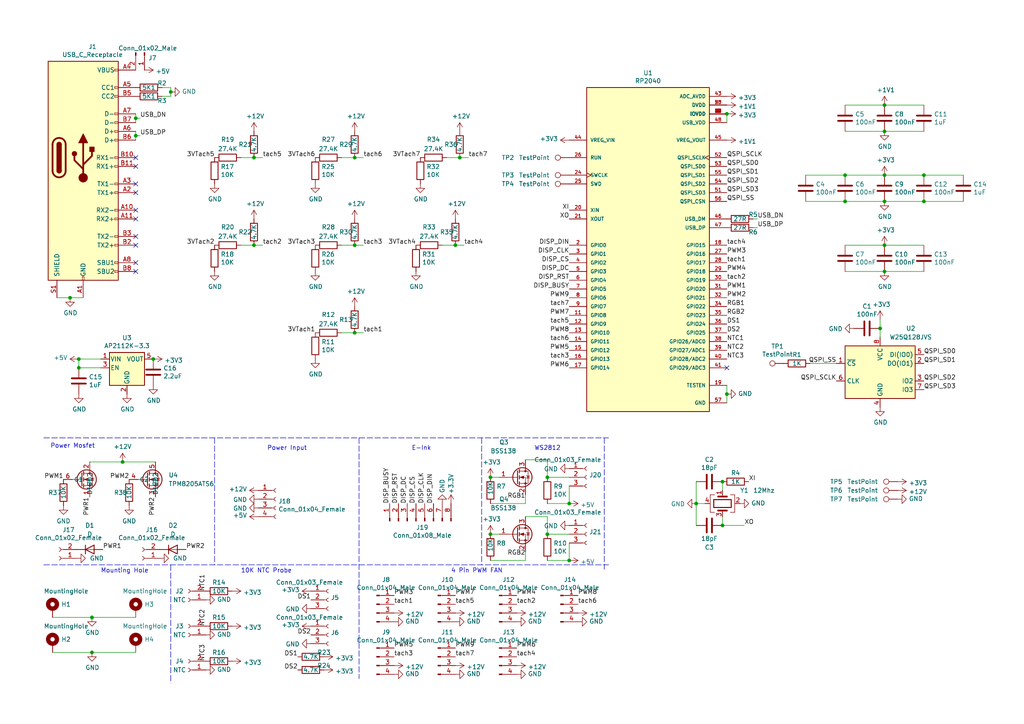
<source format=kicad_sch>
(kicad_sch (version 20211123) (generator eeschema)
  (paper "A4")
  (lib_symbols
    (symbol "Connector:Conn_01x02_Female" (pin_names (offset 1.016) hide)
      (property "Reference" "J" (at 0 2.54 0))
      (property "Value" "Conn_01x02_Female" (at 0 -5.08 0))
      (symbol "Conn_01x02_Female_1_1"
        (pin passive line (at -5.08 0 0) (length 3.81) (name "Pin_1") (number "1"))
        (pin passive line (at -5.08 -2.54 0) (length 3.81) (name "Pin_2") (number "2"))
      )
    )
    (symbol "Connector:Conn_01x02_Male" (pin_names (offset 1.016) hide)
      (property "Reference" "J" (at 0 2.54 0))
      (property "Value" "Conn_01x02_Male" (at 0 -5.08 0))
      (symbol "Conn_01x02_Male_1_1"
        (pin passive line (at 5.08 0 180) (length 3.81) (name "Pin_1") (number "1"))
        (pin passive line (at 5.08 -2.54 180) (length 3.81) (name "Pin_2") (number "2"))
      )
    )
    (symbol "Connector:Conn_01x03_Female" (pin_names (offset 1.016) hide)
      (property "Reference" "J" (at 0 5.08 0))
      (property "Value" "Conn_01x03_Female" (at 0 -5.08 0))
      (symbol "Conn_01x03_Female_1_1"
        (pin passive line (at -5.08 2.54 0) (length 3.81) (name "Pin_1") (number "1"))
        (pin passive line (at -5.08 0 0) (length 3.81) (name "Pin_2") (number "2"))
        (pin passive line (at -5.08 -2.54 0) (length 3.81) (name "Pin_3") (number "3"))
      )
    )
    (symbol "Connector:Conn_01x04_Female" (pin_names (offset 1.016) hide)
      (property "Reference" "J" (at 0 5.08 0))
      (property "Value" "Conn_01x04_Female" (at 0 -7.62 0))
      (symbol "Conn_01x04_Female_1_1"
        (pin passive line (at -5.08 2.54 0) (length 3.81) (name "Pin_1") (number "1"))
        (pin passive line (at -5.08 0 0) (length 3.81) (name "Pin_2") (number "2"))
        (pin passive line (at -5.08 -2.54 0) (length 3.81) (name "Pin_3") (number "3"))
        (pin passive line (at -5.08 -5.08 0) (length 3.81) (name "Pin_4") (number "4"))
      )
    )
    (symbol "Connector:Conn_01x04_Male" (pin_names (offset 1.016) hide)
      (property "Reference" "J" (at 0 5.08 0))
      (property "Value" "Conn_01x04_Male" (at 0 -7.62 0))
      (symbol "Conn_01x04_Male_1_1"
        (pin passive line (at 5.08 2.54 180) (length 3.81) (name "Pin_1") (number "1"))
        (pin passive line (at 5.08 0 180) (length 3.81) (name "Pin_2") (number "2"))
        (pin passive line (at 5.08 -2.54 180) (length 3.81) (name "Pin_3") (number "3"))
        (pin passive line (at 5.08 -5.08 180) (length 3.81) (name "Pin_4") (number "4"))
      )
    )
    (symbol "Connector:Conn_01x08_Male" (pin_names (offset 1.016) hide)
      (property "Reference" "J" (at 0 10.16 0))
      (property "Value" "Conn_01x08_Male" (at 0 -12.7 0))
      (symbol "Conn_01x08_Male_1_1"
        (pin passive line (at 5.08 7.62 180) (length 3.81) (name "Pin_1") (number "1"))
        (pin passive line (at 5.08 5.08 180) (length 3.81) (name "Pin_2") (number "2"))
        (pin passive line (at 5.08 2.54 180) (length 3.81) (name "Pin_3") (number "3"))
        (pin passive line (at 5.08 0 180) (length 3.81) (name "Pin_4") (number "4"))
        (pin passive line (at 5.08 -2.54 180) (length 3.81) (name "Pin_5") (number "5"))
        (pin passive line (at 5.08 -5.08 180) (length 3.81) (name "Pin_6") (number "6"))
        (pin passive line (at 5.08 -7.62 180) (length 3.81) (name "Pin_7") (number "7"))
        (pin passive line (at 5.08 -10.16 180) (length 3.81) (name "Pin_8") (number "8"))
      )
    )
    (symbol "Connector:TestPoint" (pin_numbers hide) (pin_names (offset 0.762) hide)
      (property "Reference" "TP" (at 0 6.858 0))
      (property "Value" "TestPoint" (at 0 5.08 0))
      (symbol "TestPoint_1_1"
        (pin passive line (at 0 0 90) (length 2.54) (name "1") (number "1"))
      )
    )
    (symbol "Connector:USB_C_Receptacle" (pin_names (offset 1.016))
      (property "Reference" "J" (at -10.16 29.21 0))
      (property "Value" "USB_C_Receptacle" (at 10.16 29.21 0))
      (symbol "USB_C_Receptacle_1_1"
        (pin passive line (at 0 -40.64 90) (length 5.08) (name "GND") (number "A1"))
        (pin bidirectional line (at 15.24 -15.24 180) (length 5.08) (name "RX2-") (number "A10"))
        (pin bidirectional line (at 15.24 -17.78 180) (length 5.08) (name "RX2+") (number "A11"))
        (pin passive line (at 0 -40.64 90) (length 5.08) hide (name "GND") (number "A12"))
        (pin bidirectional line (at 15.24 -10.16 180) (length 5.08) (name "TX1+") (number "A2"))
        (pin bidirectional line (at 15.24 -7.62 180) (length 5.08) (name "TX1-") (number "A3"))
        (pin passive line (at 15.24 25.4 180) (length 5.08) (name "VBUS") (number "A4"))
        (pin bidirectional line (at 15.24 20.32 180) (length 5.08) (name "CC1") (number "A5"))
        (pin bidirectional line (at 15.24 7.62 180) (length 5.08) (name "D+") (number "A6"))
        (pin bidirectional line (at 15.24 12.7 180) (length 5.08) (name "D-") (number "A7"))
        (pin bidirectional line (at 15.24 -30.48 180) (length 5.08) (name "SBU1") (number "A8"))
        (pin passive line (at 15.24 25.4 180) (length 5.08) hide (name "VBUS") (number "A9"))
        (pin passive line (at 0 -40.64 90) (length 5.08) hide (name "GND") (number "B1"))
        (pin bidirectional line (at 15.24 0 180) (length 5.08) (name "RX1-") (number "B10"))
        (pin bidirectional line (at 15.24 -2.54 180) (length 5.08) (name "RX1+") (number "B11"))
        (pin passive line (at 0 -40.64 90) (length 5.08) hide (name "GND") (number "B12"))
        (pin bidirectional line (at 15.24 -25.4 180) (length 5.08) (name "TX2+") (number "B2"))
        (pin bidirectional line (at 15.24 -22.86 180) (length 5.08) (name "TX2-") (number "B3"))
        (pin passive line (at 15.24 25.4 180) (length 5.08) hide (name "VBUS") (number "B4"))
        (pin bidirectional line (at 15.24 17.78 180) (length 5.08) (name "CC2") (number "B5"))
        (pin bidirectional line (at 15.24 5.08 180) (length 5.08) (name "D+") (number "B6"))
        (pin bidirectional line (at 15.24 10.16 180) (length 5.08) (name "D-") (number "B7"))
        (pin bidirectional line (at 15.24 -33.02 180) (length 5.08) (name "SBU2") (number "B8"))
        (pin passive line (at 15.24 25.4 180) (length 5.08) hide (name "VBUS") (number "B9"))
        (pin passive line (at -7.62 -40.64 90) (length 5.08) (name "SHIELD") (number "S1"))
      )
    )
    (symbol "Device:C" (pin_numbers hide) (pin_names (offset 0.254))
      (property "Reference" "C" (at 0.635 2.54 0))
      (property "Value" "C" (at 0.635 -2.54 0))
      (symbol "C_1_1"
        (pin passive line (at 0 3.81 270) (length 2.794) (name "~") (number "1"))
        (pin passive line (at 0 -3.81 90) (length 2.794) (name "~") (number "2"))
      )
    )
    (symbol "Device:Crystal_GND24" (pin_names (offset 1.016) hide)
      (property "Reference" "Y" (at 3.175 5.08 0))
      (property "Value" "Crystal_GND24" (at 3.175 3.175 0))
      (symbol "Crystal_GND24_1_1"
        (pin passive line (at -3.81 0 0) (length 1.27) (name "1") (number "1"))
        (pin passive line (at 0 5.08 270) (length 1.27) (name "2") (number "2"))
        (pin passive line (at 3.81 0 180) (length 1.27) (name "3") (number "3"))
        (pin passive line (at 0 -5.08 90) (length 1.27) (name "4") (number "4"))
      )
    )
    (symbol "Device:D" (pin_numbers hide) (pin_names (offset 1.016) hide)
      (property "Reference" "D" (at 0 2.54 0))
      (property "Value" "D" (at 0 -2.54 0))
      (symbol "D_1_1"
        (pin passive line (at -3.81 0 0) (length 2.54) (name "K") (number "1"))
        (pin passive line (at 3.81 0 180) (length 2.54) (name "A") (number "2"))
      )
    )
    (symbol "Device:R" (pin_numbers hide) (pin_names (offset 0))
      (property "Reference" "R" (at 2.032 0 90))
      (property "Value" "R" (at 0 0 90))
      (symbol "R_1_1"
        (pin passive line (at 0 3.81 270) (length 1.27) (name "~") (number "1"))
        (pin passive line (at 0 -3.81 90) (length 1.27) (name "~") (number "2"))
      )
    )
    (symbol "Mechanical:MountingHole_Pad" (pin_numbers hide) (pin_names (offset 1.016) hide)
      (property "Reference" "H" (at 0 6.35 0))
      (property "Value" "MountingHole_Pad" (at 0 4.445 0))
      (symbol "MountingHole_Pad_1_1"
        (pin input line (at 0 -2.54 90) (length 2.54) (name "1") (number "1"))
      )
    )
    (symbol "Memory_Flash:W25Q128JVS"
      (property "Reference" "U" (at -8.89 8.89 0))
      (property "Value" "W25Q128JVS" (at 7.62 8.89 0))
      (symbol "W25Q128JVS_1_1"
        (pin input line (at -12.7 2.54 0) (length 2.54) (name "~{CS}") (number "1"))
        (pin bidirectional line (at 12.7 2.54 180) (length 2.54) (name "DO(IO1)") (number "2"))
        (pin bidirectional line (at 12.7 -2.54 180) (length 2.54) (name "IO2") (number "3"))
        (pin power_in line (at 0 -10.16 90) (length 2.54) (name "GND") (number "4"))
        (pin bidirectional line (at 12.7 5.08 180) (length 2.54) (name "DI(IO0)") (number "5"))
        (pin input line (at -12.7 -2.54 0) (length 2.54) (name "CLK") (number "6"))
        (pin bidirectional line (at 12.7 -5.08 180) (length 2.54) (name "IO3") (number "7"))
        (pin power_in line (at 0 10.16 270) (length 2.54) (name "VCC") (number "8"))
      )
    )
    (symbol "RP2040:RP2040" (pin_names (offset 1.016))
      (property "Reference" "U" (at -17.78 50.8 0))
      (property "Value" "RP2040" (at -17.78 -48.26 0))
      (symbol "RP2040_0_0"
        (pin power_in line (at 22.86 40.64 180) (length 5.08) (name "IOVDD") (number "1"))
        (pin power_in line (at 22.86 40.64 180) (length 5.08) (name "IOVDD") (number "10"))
        (pin bidirectional line (at -22.86 -17.78 0) (length 5.08) (name "GPIO8") (number "11"))
        (pin bidirectional line (at -22.86 -20.32 0) (length 5.08) (name "GPIO9") (number "12"))
        (pin bidirectional line (at -22.86 -22.86 0) (length 5.08) (name "GPIO10") (number "13"))
        (pin bidirectional line (at -22.86 -25.4 0) (length 5.08) (name "GPIO11") (number "14"))
        (pin bidirectional line (at -22.86 -27.94 0) (length 5.08) (name "GPIO12") (number "15"))
        (pin bidirectional line (at -22.86 -30.48 0) (length 5.08) (name "GPIO13") (number "16"))
        (pin bidirectional line (at -22.86 -33.02 0) (length 5.08) (name "GPIO14") (number "17"))
        (pin bidirectional line (at 22.86 2.54 180) (length 5.08) (name "GPIO15") (number "18"))
        (pin passive line (at 22.86 -38.1 180) (length 5.08) (name "TESTEN") (number "19"))
        (pin bidirectional line (at -22.86 2.54 0) (length 5.08) (name "GPIO0") (number "2"))
        (pin input line (at -22.86 12.7 0) (length 5.08) (name "XIN") (number "20"))
        (pin output line (at -22.86 10.16 0) (length 5.08) (name "XOUT") (number "21"))
        (pin power_in line (at 22.86 40.64 180) (length 5.08) (name "IOVDD") (number "22"))
        (pin power_in line (at 22.86 43.18 180) (length 5.08) (name "DVDD") (number "23"))
        (pin input clock (at -22.86 22.86 0) (length 5.08) (name "SWCLK") (number "24"))
        (pin bidirectional line (at -22.86 20.32 0) (length 5.08) (name "SWD") (number "25"))
        (pin input line (at -22.86 27.94 0) (length 5.08) (name "RUN") (number "26"))
        (pin bidirectional line (at 22.86 0 180) (length 5.08) (name "GPIO16") (number "27"))
        (pin bidirectional line (at 22.86 -2.54 180) (length 5.08) (name "GPIO17") (number "28"))
        (pin bidirectional line (at 22.86 -5.08 180) (length 5.08) (name "GPIO18") (number "29"))
        (pin bidirectional line (at -22.86 0 0) (length 5.08) (name "GPIO1") (number "3"))
        (pin bidirectional line (at 22.86 -7.62 180) (length 5.08) (name "GPIO19") (number "30"))
        (pin bidirectional line (at 22.86 -10.16 180) (length 5.08) (name "GPIO20") (number "31"))
        (pin bidirectional line (at 22.86 -12.7 180) (length 5.08) (name "GPIO21") (number "32"))
        (pin power_in line (at 22.86 40.64 180) (length 5.08) (name "IOVDD") (number "33"))
        (pin bidirectional line (at 22.86 -15.24 180) (length 5.08) (name "GPIO22") (number "34"))
        (pin bidirectional line (at 22.86 -17.78 180) (length 5.08) (name "GPIO23") (number "35"))
        (pin bidirectional line (at 22.86 -20.32 180) (length 5.08) (name "GPIO24") (number "36"))
        (pin bidirectional line (at 22.86 -22.86 180) (length 5.08) (name "GPIO25") (number "37"))
        (pin bidirectional line (at 22.86 -25.4 180) (length 5.08) (name "GPIO26/ADC0") (number "38"))
        (pin bidirectional line (at 22.86 -27.94 180) (length 5.08) (name "GPIO27/ADC1") (number "39"))
        (pin bidirectional line (at -22.86 -2.54 0) (length 5.08) (name "GPIO2") (number "4"))
        (pin bidirectional line (at 22.86 -30.48 180) (length 5.08) (name "GPIO28/ADC2") (number "40"))
        (pin bidirectional line (at 22.86 -33.02 180) (length 5.08) (name "GPIO29/ADC3") (number "41"))
        (pin power_in line (at 22.86 40.64 180) (length 5.08) (name "IOVDD") (number "42"))
        (pin power_in line (at 22.86 45.72 180) (length 5.08) (name "ADC_AVDD") (number "43"))
        (pin input line (at -22.86 33.02 0) (length 5.08) (name "VREG_VIN") (number "44"))
        (pin output line (at 22.86 33.02 180) (length 5.08) (name "VREG_VOUT") (number "45"))
        (pin bidirectional line (at 22.86 10.16 180) (length 5.08) (name "USB_DM") (number "46"))
        (pin bidirectional line (at 22.86 7.62 180) (length 5.08) (name "USB_DP") (number "47"))
        (pin power_in line (at 22.86 38.1 180) (length 5.08) (name "USB_VDD") (number "48"))
        (pin power_in line (at 22.86 40.64 180) (length 5.08) (name "IOVDD") (number "49"))
        (pin bidirectional line (at -22.86 -5.08 0) (length 5.08) (name "GPIO3") (number "5"))
        (pin power_in line (at 22.86 43.18 180) (length 5.08) (name "DVDD") (number "50"))
        (pin bidirectional line (at 22.86 17.78 180) (length 5.08) (name "QSPI_SD3") (number "51"))
        (pin bidirectional clock (at 22.86 27.94 180) (length 5.08) (name "QSPI_SCLK") (number "52"))
        (pin bidirectional line (at 22.86 25.4 180) (length 5.08) (name "QSPI_SD0") (number "53"))
        (pin bidirectional line (at 22.86 20.32 180) (length 5.08) (name "QSPI_SD2") (number "54"))
        (pin bidirectional line (at 22.86 22.86 180) (length 5.08) (name "QSPI_SD1") (number "55"))
        (pin bidirectional line (at 22.86 15.24 180) (length 5.08) (name "QSPI_CSN") (number "56"))
        (pin power_in line (at 22.86 -43.18 180) (length 5.08) (name "GND") (number "57"))
        (pin bidirectional line (at -22.86 -7.62 0) (length 5.08) (name "GPIO4") (number "6"))
        (pin bidirectional line (at -22.86 -10.16 0) (length 5.08) (name "GPIO5") (number "7"))
        (pin bidirectional line (at -22.86 -12.7 0) (length 5.08) (name "GPIO6") (number "8"))
        (pin bidirectional line (at -22.86 -15.24 0) (length 5.08) (name "GPIO7") (number "9"))
      )
    )
    (symbol "Regulator_Linear:AP2112K-3.3" (pin_names (offset 0.254))
      (property "Reference" "U" (at -5.08 5.715 0))
      (property "Value" "AP2112K-3.3" (at 0 5.715 0))
      (symbol "AP2112K-3.3_1_1"
        (pin power_in line (at -7.62 2.54 0) (length 2.54) (name "VIN") (number "1"))
        (pin power_in line (at 0 -7.62 90) (length 2.54) (name "GND") (number "2"))
        (pin input line (at -7.62 0 0) (length 2.54) (name "EN") (number "3"))
        (pin no_connect line (at 5.08 0 180) (length 2.54) hide (name "NC") (number "4"))
        (pin power_out line (at 7.62 2.54 180) (length 2.54) (name "VOUT") (number "5"))
      )
    )
    (symbol "Transistor_FET:BSS138" (pin_names hide)
      (property "Reference" "Q" (at 5.08 1.905 0))
      (property "Value" "BSS138" (at 5.08 0 0))
      (symbol "BSS138_1_1"
        (pin input line (at -5.08 0 0) (length 2.54) (name "G") (number "1"))
        (pin passive line (at 2.54 -5.08 90) (length 2.54) (name "S") (number "2"))
        (pin passive line (at 2.54 5.08 270) (length 2.54) (name "D") (number "3"))
      )
    )
    (symbol "hw-rescue:+3.3V-power" (power) (pin_names (offset 0))
      (property "Value" "+3.3V-power" (at 0 3.556 0))
      (symbol "+3.3V-power_1_1"
        (pin power_in line (at 0 0 90) (length 0) hide (name "+3V3") (number "1"))
      )
    )
    (symbol "lib:TPM8205ATS6"
      (property "Reference" "U" (at 0 11.43 0))
      (property "Value" "TPM8205ATS6" (at 0 16.51 0))
      (symbol "TPM8205ATS6_1_1"
        (pin passive line (at 16.51 -7.62 90) (length 2.54) (name "S1") (number "1"))
        (pin passive line (at 16.51 2.54 270) (length 2.54) (name "D1/D2") (number "2"))
        (pin passive line (at 35.56 -7.62 90) (length 2.54) (name "S2") (number "3"))
        (pin input line (at 27.94 -2.54 0) (length 2.54) (name "G2") (number "4"))
        (pin passive line (at 35.56 2.54 270) (length 2.54) (name "D1/D2") (number "5"))
        (pin input line (at 8.89 -2.54 0) (length 2.54) (name "G1") (number "6"))
      )
    )
    (symbol "power:+12V" (power) (pin_names (offset 0))
      (property "Value" "+12V" (at 0 3.556 0))
      (symbol "+12V_1_1"
        (pin power_in line (at 0 0 90) (length 0) hide (name "+12V") (number "1"))
      )
    )
    (symbol "power:+1V1" (power) (pin_names (offset 0))
      (property "Value" "+1V1" (at 0 3.556 0))
      (symbol "+1V1_1_1"
        (pin power_in line (at 0 0 90) (length 0) hide (name "+1V1") (number "1"))
      )
    )
    (symbol "power:+3.3V" (power) (pin_names (offset 0))
      (property "Value" "+3.3V" (at 0 3.556 0))
      (symbol "+3.3V_1_1"
        (pin power_in line (at 0 0 90) (length 0) hide (name "+3.3V") (number "1"))
      )
    )
    (symbol "power:+3V3" (power) (pin_names (offset 0))
      (property "Value" "+3V3" (at 0 3.556 0))
      (symbol "+3V3_1_1"
        (pin power_in line (at 0 0 90) (length 0) hide (name "+3V3") (number "1"))
      )
    )
    (symbol "power:+5V" (power) (pin_names (offset 0))
      (property "Value" "+5V" (at 0 3.556 0))
      (symbol "+5V_1_1"
        (pin power_in line (at 0 0 90) (length 0) hide (name "+5V") (number "1"))
      )
    )
    (symbol "power:GND" (power) (pin_names (offset 0))
      (property "Value" "GND" (at 0 -3.81 0))
      (symbol "GND_1_1"
        (pin power_in line (at 0 0 270) (length 0) hide (name "GND") (number "1"))
      )
    )
  )
  (junction (at 158.75 138.43))
  (junction (at 73.66 45.72))
  (junction (at 256.54 78.74))
  (junction (at 44.45 104.14))
  (junction (at 256.54 71.12))
  (junction (at 165.1 162.56))
  (junction (at 210.82 33.02))
  (junction (at 267.97 50.8))
  (junction (at 267.97 58.42))
  (junction (at 73.66 71.12))
  (junction (at 201.93 146.05))
  (junction (at 255.27 95.25))
  (junction (at 102.87 71.12))
  (junction (at 102.87 96.52))
  (junction (at 256.54 38.1))
  (junction (at 20.32 86.36))
  (junction (at 256.54 50.8))
  (junction (at 35.56 133.985))
  (junction (at 210.82 114.3))
  (junction (at 39.37 34.29))
  (junction (at 209.55 139.7))
  (junction (at 245.11 58.42))
  (junction (at 26.67 189.23))
  (junction (at 26.67 179.07))
  (junction (at 22.86 106.68))
  (junction (at 142.24 138.43))
  (junction (at 133.35 45.72))
  (junction (at 22.86 104.14))
  (junction (at 49.53 26.67))
  (junction (at 158.75 154.94))
  (junction (at 102.87 45.72))
  (junction (at 39.37 39.37))
  (junction (at 209.55 152.4))
  (junction (at 256.54 30.48))
  (junction (at 165.1 146.05))
  (junction (at 256.54 58.42))
  (junction (at 132.08 71.12))
  (junction (at 245.11 50.8))
  (junction (at 142.24 154.94))
  (no_connect (at 39.37 71.12))
  (no_connect (at 210.82 106.68))
  (no_connect (at 39.37 63.5))
  (no_connect (at 39.37 68.58))
  (no_connect (at 39.37 76.2))
  (no_connect (at 39.37 55.88))
  (no_connect (at 39.37 78.74))
  (no_connect (at 39.37 45.72))
  (no_connect (at 39.37 53.34))
  (no_connect (at 39.37 60.96))
  (no_connect (at 39.37 48.26))
  (wire (pts (xy 35.56 133.985) (xy 45.085 133.985)))
  (wire (pts (xy 152.4 149.86) (xy 158.75 149.86)))
  (wire (pts (xy 255.27 92.71) (xy 255.27 95.25)))
  (wire (pts (xy 210.82 111.76) (xy 210.82 114.3)))
  (polyline (pts (xy 12.7 163.83) (xy 176.53 163.83)))
  (wire (pts (xy 245.11 38.1) (xy 256.54 38.1)))
  (wire (pts (xy 39.37 34.29) (xy 39.37 35.56)))
  (wire (pts (xy 219.71 66.04) (xy 218.44 66.04)))
  (wire (pts (xy 233.68 50.8) (xy 245.11 50.8)))
  (wire (pts (xy 105.41 45.72) (xy 102.87 45.72)))
  (wire (pts (xy 39.37 38.1) (xy 39.37 39.37)))
  (wire (pts (xy 39.37 39.37) (xy 39.37 40.64)))
  (wire (pts (xy 245.11 78.74) (xy 256.54 78.74)))
  (wire (pts (xy 16.51 86.36) (xy 20.32 86.36)))
  (polyline (pts (xy 62.23 127) (xy 62.23 163.83)))
  (wire (pts (xy 134.62 71.12) (xy 132.08 71.12)))
  (wire (pts (xy 29.21 104.14) (xy 22.86 104.14)))
  (wire (pts (xy 76.2 71.12) (xy 73.66 71.12)))
  (wire (pts (xy 158.75 154.94) (xy 165.1 154.94)))
  (wire (pts (xy 22.86 106.68) (xy 29.21 106.68)))
  (wire (pts (xy 256.54 78.74) (xy 267.97 78.74)))
  (wire (pts (xy 49.53 25.4) (xy 49.53 26.67)))
  (wire (pts (xy 233.68 58.42) (xy 245.11 58.42)))
  (wire (pts (xy 165.1 140.97) (xy 165.1 146.05)))
  (wire (pts (xy 256.54 30.48) (xy 245.11 30.48)))
  (wire (pts (xy 267.97 50.8) (xy 279.4 50.8)))
  (polyline (pts (xy 175.26 127) (xy 175.26 165.1)))
  (wire (pts (xy 73.66 45.72) (xy 69.85 45.72)))
  (wire (pts (xy 132.08 71.12) (xy 128.27 71.12)))
  (wire (pts (xy 22.86 104.14) (xy 22.86 106.68)))
  (polyline (pts (xy 12.7 127) (xy 176.53 127)))
  (wire (pts (xy 15.24 189.23) (xy 26.67 189.23)))
  (wire (pts (xy 142.24 154.94) (xy 144.78 154.94)))
  (wire (pts (xy 210.82 114.3) (xy 210.82 116.84)))
  (wire (pts (xy 46.99 27.94) (xy 49.53 27.94)))
  (wire (pts (xy 40.64 34.29) (xy 39.37 34.29)))
  (polyline (pts (xy 104.14 127) (xy 104.14 196.85)))
  (wire (pts (xy 165.1 157.48) (xy 165.1 162.56)))
  (wire (pts (xy 256.54 50.8) (xy 245.11 50.8)))
  (wire (pts (xy 158.75 133.35) (xy 158.75 138.43)))
  (wire (pts (xy 256.54 38.1) (xy 267.97 38.1)))
  (wire (pts (xy 209.55 139.7) (xy 209.55 142.24)))
  (wire (pts (xy 267.97 50.8) (xy 256.54 50.8)))
  (wire (pts (xy 201.93 139.7) (xy 201.93 146.05)))
  (wire (pts (xy 135.89 45.72) (xy 133.35 45.72)))
  (wire (pts (xy 105.41 71.12) (xy 102.87 71.12)))
  (wire (pts (xy 267.97 71.12) (xy 256.54 71.12)))
  (wire (pts (xy 49.53 27.94) (xy 49.53 26.67)))
  (wire (pts (xy 210.82 35.56) (xy 210.82 33.02)))
  (wire (pts (xy 102.87 96.52) (xy 99.06 96.52)))
  (wire (pts (xy 245.11 71.12) (xy 256.54 71.12)))
  (wire (pts (xy 256.54 58.42) (xy 267.97 58.42)))
  (wire (pts (xy 15.24 179.07) (xy 26.67 179.07)))
  (wire (pts (xy 158.75 149.86) (xy 158.75 154.94)))
  (wire (pts (xy 267.97 30.48) (xy 256.54 30.48)))
  (wire (pts (xy 152.4 160.02) (xy 152.4 162.56)))
  (wire (pts (xy 102.87 71.12) (xy 99.06 71.12)))
  (wire (pts (xy 255.27 95.25) (xy 255.27 97.79)))
  (wire (pts (xy 158.75 138.43) (xy 165.1 138.43)))
  (wire (pts (xy 26.67 189.23) (xy 39.37 189.23)))
  (wire (pts (xy 26.67 179.07) (xy 39.37 179.07)))
  (wire (pts (xy 102.87 45.72) (xy 99.06 45.72)))
  (wire (pts (xy 39.37 33.02) (xy 39.37 34.29)))
  (wire (pts (xy 46.99 25.4) (xy 49.53 25.4)))
  (wire (pts (xy 158.75 162.56) (xy 165.1 162.56)))
  (wire (pts (xy 133.35 45.72) (xy 129.54 45.72)))
  (wire (pts (xy 142.24 138.43) (xy 144.78 138.43)))
  (polyline (pts (xy 139.7 127) (xy 139.7 163.83)))
  (wire (pts (xy 158.75 146.05) (xy 165.1 146.05)))
  (wire (pts (xy 40.64 39.37) (xy 39.37 39.37)))
  (wire (pts (xy 142.24 162.56) (xy 152.4 162.56)))
  (wire (pts (xy 76.2 45.72) (xy 73.66 45.72)))
  (wire (pts (xy 209.55 152.4) (xy 215.9 152.4)))
  (wire (pts (xy 152.4 143.51) (xy 152.4 146.05)))
  (polyline (pts (xy 49.53 163.83) (xy 49.53 198.12)))
  (wire (pts (xy 73.66 71.12) (xy 69.85 71.12)))
  (wire (pts (xy 201.93 146.05) (xy 201.93 152.4)))
  (wire (pts (xy 245.11 58.42) (xy 256.54 58.42)))
  (wire (pts (xy 267.97 58.42) (xy 279.4 58.42)))
  (wire (pts (xy 26.035 133.985) (xy 35.56 133.985)))
  (wire (pts (xy 152.4 133.35) (xy 158.75 133.35)))
  (wire (pts (xy 20.32 86.36) (xy 24.13 86.36)))
  (wire (pts (xy 204.47 146.05) (xy 201.93 146.05)))
  (wire (pts (xy 142.24 146.05) (xy 152.4 146.05)))
  (wire (pts (xy 105.41 96.52) (xy 102.87 96.52)))
  (wire (pts (xy 209.55 149.86) (xy 209.55 152.4)))
  (wire (pts (xy 218.44 63.5) (xy 219.71 63.5)))
  (wire (pts (xy 242.57 105.41) (xy 234.95 105.41)))
  (text "Mounting Hole" (at 29.21 166.37 0) (effects (font (size 1.27 1.27)) (justify left bottom)))
  (text "Power Mosfet" (at 14.605 130.175 0) (effects (font (size 1.27 1.27)) (justify left bottom)))
  (text "10K NTC Probe" (at 69.85 166.37 0) (effects (font (size 1.27 1.27)) (justify left bottom)))
  (text "WS2812" (at 154.94 130.81 0) (effects (font (size 1.27 1.27)) (justify left bottom)))
  (text "Power Input" (at 77.47 130.81 0) (effects (font (size 1.27 1.27)) (justify left bottom)))
  (text "4 Pin PWM FAN" (at 130.81 166.37 0) (effects (font (size 1.27 1.27)) (justify left bottom)))
  (text "E-Ink" (at 119.38 130.81 0) (effects (font (size 1.27 1.27)) (justify left bottom)))
  (label "QSPI_SD1" (at 267.97 105.41 0))
  (label "PWM8" (at 165.1 96.52 180))
  (label "PWM8" (at 167.64 172.72 0))
  (label "QSPI_SCLK" (at 242.57 110.49 180))
  (label "PWM9" (at 132.08 187.96 0))
  (label "tach1" (at 114.3 175.26 0))
  (label "tach6" (at 167.64 175.26 0))
  (label "tach6" (at 105.41 45.72 0))
  (label "RGB2" (at 210.82 91.44 0))
  (label "3VTach1" (at 91.44 96.52 180))
  (label "tach4" (at 210.82 71.12 0))
  (label "PWM3" (at 114.3 172.72 0))
  (label "PWM1" (at 210.82 83.82 0))
  (label "3VTach3" (at 91.44 71.12 180))
  (label "tach3" (at 114.3 190.5 0))
  (label "USB_DP" (at 40.64 39.37 0))
  (label "QSPI_SD2" (at 210.82 53.34 0))
  (label "PWM9" (at 165.1 86.36 180))
  (label "PWR1" (at 26.035 144.145 270))
  (label "tach2" (at 76.2 71.12 0))
  (label "tach5" (at 165.1 93.98 180))
  (label "tach3" (at 105.41 71.12 0))
  (label "NTC3" (at 210.82 104.14 0))
  (label "DISP_RST" (at 165.1 81.28 180))
  (label "tach4" (at 134.62 71.12 0))
  (label "PWR1" (at 29.845 159.385 0))
  (label "PWM2" (at 37.465 139.065 180))
  (label "PWM7" (at 132.08 172.72 0))
  (label "PWM3" (at 210.82 73.66 0))
  (label "tach5" (at 76.2 45.72 0))
  (label "USB_DN" (at 40.64 34.29 0))
  (label "DISP_DC" (at 118.11 146.05 90))
  (label "3VTach4" (at 120.65 71.12 180))
  (label "DS1" (at 210.82 93.98 0))
  (label "DISP_BUSY" (at 165.1 83.82 180))
  (label "PWM5" (at 165.1 101.6 180))
  (label "QSPI_SD3" (at 267.97 113.03 0))
  (label "XI" (at 217.17 139.7 0))
  (label "RGB1" (at 152.4 144.78 180))
  (label "QSPI_SD1" (at 210.82 50.8 0))
  (label "QSPI_SS" (at 242.57 105.41 180))
  (label "XI" (at 165.1 60.96 180))
  (label "PWR2" (at 45.085 144.145 270))
  (label "PWM4" (at 210.82 78.74 0))
  (label "tach3" (at 165.1 104.14 180))
  (label "QSPI_SD0" (at 267.97 102.87 0))
  (label "DS2" (at 90.17 184.15 180))
  (label "DS2" (at 86.36 194.31 180))
  (label "3VTach5" (at 62.23 45.72 180))
  (label "NTC1" (at 59.69 171.45 90))
  (label "tach5" (at 132.08 175.26 0))
  (label "RGB2" (at 152.4 161.29 180))
  (label "DISP_DC" (at 165.1 78.74 180))
  (label "DS2" (at 210.82 96.52 0))
  (label "tach7" (at 165.1 88.9 180))
  (label "3VTach7" (at 121.92 45.72 180))
  (label "PWM6" (at 165.1 106.68 180))
  (label "QSPI_SD0" (at 210.82 48.26 0))
  (label "DS1" (at 86.36 190.5 180))
  (label "tach6" (at 165.1 99.06 180))
  (label "PWM2" (at 210.82 86.36 0))
  (label "tach1" (at 210.82 76.2 0))
  (label "NTC3" (at 59.69 191.77 90))
  (label "tach2" (at 149.86 175.26 0))
  (label "QSPI_SD3" (at 210.82 55.88 0))
  (label "tach7" (at 132.08 190.5 0))
  (label "XO" (at 165.1 63.5 180))
  (label "QSPI_SCLK" (at 210.82 45.72 0))
  (label "RGB1" (at 210.82 88.9 0))
  (label "tach7" (at 135.89 45.72 0))
  (label "PWR2" (at 53.975 159.385 0))
  (label "NTC1" (at 210.82 99.06 0))
  (label "DISP_CLK" (at 165.1 73.66 180))
  (label "tach2" (at 210.82 81.28 0))
  (label "QSPI_SD2" (at 267.97 110.49 0))
  (label "3VTach6" (at 91.44 45.72 180))
  (label "XO" (at 215.9 152.4 0))
  (label "DISP_RST" (at 115.57 146.05 90))
  (label "PWM6" (at 149.86 187.96 0))
  (label "DISP_CS" (at 165.1 76.2 180))
  (label "tach1" (at 105.41 96.52 0))
  (label "DISP_DIN" (at 165.1 71.12 180))
  (label "PWM5" (at 114.3 187.96 0))
  (label "DISP_BUSY" (at 113.03 146.05 90))
  (label "DS1" (at 90.17 173.99 180))
  (label "DISP_CLK" (at 123.19 146.05 90))
  (label "DISP_CS" (at 120.65 146.05 90))
  (label "NTC2" (at 210.82 101.6 0))
  (label "QSPI_SS" (at 210.82 58.42 0))
  (label "USB_DN" (at 219.71 63.5 0))
  (label "PWM4" (at 149.86 172.72 0))
  (label "USB_DP" (at 219.71 66.04 0))
  (label "NTC2" (at 59.69 181.61 90))
  (label "DISP_DIN" (at 125.73 146.05 90))
  (label "PWM7" (at 165.1 91.44 180))
  (label "PWM1" (at 18.415 139.065 180))
  (label "tach4" (at 149.86 190.5 0))
  (label "3VTach2" (at 62.23 71.12 180))
  (symbol (lib_id "RP2040:RP2040") (at 187.96 73.66 0) (unit 1)
    (property "Reference" "U1" (at 187.96 21.1582 0))
    (property "Value" "RP2040" (at 187.96 23.4696 0))
    (property "Footprint" "footprint:QFN40P700X700X90-57N" (effects hide))
    (property "MANUFACTURER" "Raspberry Pi" (effects hide))
    (property "MAXIMUM_PACKAGE_HEIGHT" "0.9 mm" (effects hide))
    (property "STANDARD" "IPC 7351B" (effects hide))
    (property "PARTREV" "1.6.1" (effects hide))
    (property "LCSC" "C2040" (effects hide))
  )
  (symbol (lib_id "Connector:USB_C_Receptacle") (at 24.13 45.72 0) (unit 1)
    (property "Reference" "J1" (at 26.8478 13.5382 0))
    (property "Value" "USB_C_Receptacle" (at 26.8478 15.8496 0))
    (property "Footprint" "Connector_USB:USB_C_Receptacle_Amphenol_12401610E4-2A" (effects hide))
    (property "Datasheet" "https://www.usb.org/sites/default/files/documents/usb_type-c.zip" (effects hide))
  )
  (symbol (lib_id "Device:Crystal_GND24") (at 209.55 146.05 270) (unit 1)
    (property "Reference" "Y1" (at 214.63 142.24 90) (effects (justify left)))
    (property "Value" "12Mhz" (at 218.44 142.24 90) (effects (justify left)))
    (property "Footprint" "Crystal:Crystal_SMD_3225-4Pin_3.2x2.5mm" (effects hide))
    (property "LCSC" "C124304" (effects hide))
  )
  (symbol (lib_id "Device:C") (at 205.74 139.7 270) (unit 1)
    (property "Reference" "C2" (at 205.74 133.2992 90))
    (property "Value" "18pF" (at 205.74 135.6106 90))
    (property "Footprint" "Capacitor_SMD:C_0402_1005Metric" (effects hide))
  )
  (symbol (lib_id "Device:C") (at 205.74 152.4 270) (unit 1)
    (property "Reference" "C3" (at 205.74 158.75 90))
    (property "Value" "18pF" (at 205.74 156.21 90))
    (property "Footprint" "Capacitor_SMD:C_0402_1005Metric" (effects hide))
  )
  (symbol (lib_id "power:GND") (at 201.93 146.05 270) (unit 1)
    (property "Reference" "#PWR0101" (effects hide))
    (property "Value" "GND" (at 198.6788 146.177 90) (effects (justify right)))
  )
  (symbol (lib_id "Device:R") (at 213.36 139.7 270) (unit 1)
    (property "Reference" "R4" (at 213.36 137.16 90))
    (property "Value" "1K" (at 213.36 139.7 90))
    (property "Footprint" "Resistor_SMD:R_0402_1005Metric" (effects hide))
  )
  (symbol (lib_id "power:GND") (at 214.63 146.05 90) (unit 1)
    (property "Reference" "#PWR0102" (effects hide))
    (property "Value" "GND" (at 217.8812 145.923 90) (effects (justify right)))
  )
  (symbol (lib_id "power:GND") (at 210.82 114.3 90) (unit 1)
    (property "Reference" "#PWR0103" (effects hide))
    (property "Value" "GND" (at 214.0712 114.173 90) (effects (justify right)))
  )
  (symbol (lib_id "Connector:TestPoint") (at 165.1 45.72 90) (unit 1)
    (property "Reference" "TP2" (at 147.32 45.72 90))
    (property "Value" "TestPoint" (at 154.94 45.72 90))
    (property "Footprint" "TestPoint:TestPoint_Pad_D1.5mm" (effects hide))
  )
  (symbol (lib_id "Connector:TestPoint") (at 165.1 50.8 90) (unit 1)
    (property "Reference" "TP3" (at 147.32 50.8 90))
    (property "Value" "TestPoint" (at 154.94 50.8 90))
    (property "Footprint" "TestPoint:TestPoint_Pad_D1.5mm" (effects hide))
  )
  (symbol (lib_id "Connector:TestPoint") (at 165.1 53.34 90) (unit 1)
    (property "Reference" "TP4" (at 147.32 53.34 90))
    (property "Value" "TestPoint" (at 154.94 53.34 90))
    (property "Footprint" "TestPoint:TestPoint_Pad_D1.5mm" (effects hide))
  )
  (symbol (lib_id "power:GND") (at 20.32 86.36 0) (unit 1)
    (property "Reference" "#PWR0104" (effects hide))
    (property "Value" "GND" (at 20.447 90.7542 0))
  )
  (symbol (lib_id "Device:R") (at 43.18 25.4 270) (unit 1)
    (property "Reference" "R2" (at 46.99 24.13 90))
    (property "Value" "5K1" (at 43.18 25.4 90))
    (property "Footprint" "Resistor_SMD:R_0402_1005Metric" (effects hide))
  )
  (symbol (lib_id "Device:R") (at 43.18 27.94 270) (unit 1)
    (property "Reference" "R3" (at 46.99 29.21 90))
    (property "Value" "5K1" (at 43.18 27.94 90))
    (property "Footprint" "Resistor_SMD:R_0402_1005Metric" (effects hide))
  )
  (symbol (lib_id "power:GND") (at 49.53 26.67 90) (unit 1)
    (property "Reference" "#PWR0105" (effects hide))
    (property "Value" "GND" (at 52.7812 26.543 90) (effects (justify right)))
  )
  (symbol (lib_id "Memory_Flash:W25Q128JVS") (at 255.27 107.95 0) (unit 1)
    (property "Reference" "U2" (at 264.16 95.25 0))
    (property "Value" "W25Q128JVS" (at 264.16 97.79 0))
    (property "Footprint" "Package_SO:SOIC-8_5.23x5.23mm_P1.27mm" (effects hide))
    (property "Datasheet" "http://www.winbond.com/resource-files/w25q128jv_dtr%20revc%2003272018%20plus.pdf" (effects hide))
    (property "LCSC" "C82317" (effects hide))
  )
  (symbol (lib_id "power:GND") (at 255.27 118.11 0) (unit 1)
    (property "Reference" "#PWR0106" (effects hide))
    (property "Value" "GND" (at 255.397 122.5042 0))
  )
  (symbol (lib_id "Device:R") (at 231.14 105.41 270) (unit 1)
    (property "Reference" "R1" (at 231.14 102.87 90))
    (property "Value" "1K" (at 231.14 105.41 90))
    (property "Footprint" "Resistor_SMD:R_0402_1005Metric" (effects hide))
  )
  (symbol (lib_id "Connector:TestPoint") (at 227.33 105.41 90) (unit 1)
    (property "Reference" "TP1" (at 225.5012 100.457 90))
    (property "Value" "TestPoint" (at 225.5012 102.7684 90))
    (property "Footprint" "TestPoint:TestPoint_Pad_D1.5mm" (effects hide))
  )
  (symbol (lib_id "Device:C") (at 251.46 95.25 270) (unit 1)
    (property "Reference" "C1" (at 251.46 88.8492 90))
    (property "Value" "100nF" (at 251.46 91.1606 90))
    (property "Footprint" "Capacitor_SMD:C_0402_1005Metric" (effects hide))
  )
  (symbol (lib_id "power:GND") (at 247.65 95.25 270) (unit 1)
    (property "Reference" "#PWR0107" (effects hide))
    (property "Value" "GND" (at 244.3988 95.377 90) (effects (justify right)))
  )
  (symbol (lib_id "power:+3V3") (at 255.27 92.71 0) (unit 1)
    (property "Reference" "#PWR0108" (effects hide))
    (property "Value" "+3V3" (at 255.651 88.3158 0))
  )
  (symbol (lib_id "Device:R") (at 214.63 63.5 270) (unit 1)
    (property "Reference" "R5" (at 218.44 62.23 90))
    (property "Value" "27R" (at 214.63 63.5 90))
    (property "Footprint" "Resistor_SMD:R_0402_1005Metric" (effects hide))
  )
  (symbol (lib_id "Device:R") (at 214.63 66.04 270) (unit 1)
    (property "Reference" "R6" (at 218.44 67.31 90))
    (property "Value" "27R" (at 214.63 66.04 90))
    (property "Footprint" "Resistor_SMD:R_0402_1005Metric" (effects hide))
  )
  (symbol (lib_id "Mechanical:MountingHole_Pad") (at 15.24 186.69 0) (unit 1)
    (property "Reference" "H2" (at 17.78 185.4454 0) (effects (justify left)))
    (property "Value" "MountingHole" (at 12.7 181.61 0) (effects (justify left)))
    (property "Footprint" "MountingHole:MountingHole_2.2mm_M2_ISO7380_Pad" (effects hide))
  )
  (symbol (lib_id "Mechanical:MountingHole_Pad") (at 39.37 186.69 0) (unit 1)
    (property "Reference" "H4" (at 41.91 185.4454 0) (effects (justify left)))
    (property "Value" "MountingHole" (at 35.56 181.61 0) (effects (justify left)))
    (property "Footprint" "MountingHole:MountingHole_2.2mm_M2_ISO7380_Pad" (effects hide))
  )
  (symbol (lib_id "Mechanical:MountingHole_Pad") (at 15.24 176.53 0) (unit 1)
    (property "Reference" "H1" (at 17.78 175.2854 0) (effects (justify left)))
    (property "Value" "MountingHole" (at 12.7 171.45 0) (effects (justify left)))
    (property "Footprint" "MountingHole:MountingHole_2.2mm_M2_ISO7380_Pad" (effects hide))
  )
  (symbol (lib_id "Mechanical:MountingHole_Pad") (at 39.37 176.53 0) (unit 1)
    (property "Reference" "H3" (at 41.91 175.2854 0) (effects (justify left)))
    (property "Value" "MountingHole" (at 35.56 171.45 0) (effects (justify left)))
    (property "Footprint" "MountingHole:MountingHole_2.2mm_M2_ISO7380_Pad" (effects hide))
  )
  (symbol (lib_id "power:GND") (at 26.67 189.23 0) (unit 1)
    (property "Reference" "#PWR0109" (effects hide))
    (property "Value" "GND" (at 26.797 193.6242 0))
  )
  (symbol (lib_id "power:+1V1") (at 210.82 30.48 270) (unit 1)
    (property "Reference" "#PWR0110" (effects hide))
    (property "Value" "+1V1" (at 214.0712 30.861 90) (effects (justify left)))
  )
  (symbol (lib_id "power:+1V1") (at 210.82 40.64 270) (unit 1)
    (property "Reference" "#PWR0111" (effects hide))
    (property "Value" "+1V1" (at 214.0712 41.021 90) (effects (justify left)))
  )
  (symbol (lib_id "power:+3V3") (at 210.82 27.94 270) (unit 1)
    (property "Reference" "#PWR0112" (effects hide))
    (property "Value" "+3V3" (at 214.0712 28.321 90) (effects (justify left)))
  )
  (symbol (lib_id "power:+3V3") (at 210.82 33.02 270) (unit 1)
    (property "Reference" "#PWR0113" (effects hide))
    (property "Value" "+3V3" (at 214.0712 33.401 90) (effects (justify left)))
  )
  (symbol (lib_id "power:+3V3") (at 165.1 40.64 90) (unit 1)
    (property "Reference" "#PWR0114" (effects hide))
    (property "Value" "+3V3" (at 161.8488 40.259 90) (effects (justify left)))
  )
  (symbol (lib_id "Device:C") (at 245.11 34.29 0) (unit 1)
    (property "Reference" "C5" (at 248.031 33.1216 0) (effects (justify left)))
    (property "Value" "100nF" (at 248.031 35.433 0) (effects (justify left)))
    (property "Footprint" "Capacitor_SMD:C_0402_1005Metric" (effects hide))
  )
  (symbol (lib_id "Device:C") (at 256.54 34.29 0) (unit 1)
    (property "Reference" "C8" (at 259.461 33.1216 0) (effects (justify left)))
    (property "Value" "100nF" (at 259.461 35.433 0) (effects (justify left)))
    (property "Footprint" "Capacitor_SMD:C_0402_1005Metric" (effects hide))
  )
  (symbol (lib_id "Device:C") (at 267.97 34.29 0) (unit 1)
    (property "Reference" "C11" (at 270.891 33.1216 0) (effects (justify left)))
    (property "Value" "1uF" (at 270.891 35.433 0) (effects (justify left)))
    (property "Footprint" "Capacitor_SMD:C_0402_1005Metric" (effects hide))
  )
  (symbol (lib_id "power:+1V1") (at 256.54 30.48 0) (unit 1)
    (property "Reference" "#PWR0115" (effects hide))
    (property "Value" "+1V1" (at 256.921 26.0858 0))
  )
  (symbol (lib_id "power:GND") (at 256.54 38.1 0) (unit 1)
    (property "Reference" "#PWR0116" (effects hide))
    (property "Value" "GND" (at 256.667 42.4942 0))
  )
  (symbol (lib_id "Device:C") (at 245.11 54.61 0) (unit 1)
    (property "Reference" "C6" (at 248.031 53.4416 0) (effects (justify left)))
    (property "Value" "100nF" (at 248.031 55.753 0) (effects (justify left)))
    (property "Footprint" "Capacitor_SMD:C_0402_1005Metric" (effects hide))
  )
  (symbol (lib_id "Device:C") (at 256.54 54.61 0) (unit 1)
    (property "Reference" "C9" (at 259.461 53.4416 0) (effects (justify left)))
    (property "Value" "100nF" (at 259.461 55.753 0) (effects (justify left)))
    (property "Footprint" "Capacitor_SMD:C_0402_1005Metric" (effects hide))
  )
  (symbol (lib_id "Device:C") (at 267.97 54.61 0) (unit 1)
    (property "Reference" "C12" (at 270.891 53.4416 0) (effects (justify left)))
    (property "Value" "100nF" (at 270.891 55.753 0) (effects (justify left)))
    (property "Footprint" "Capacitor_SMD:C_0402_1005Metric" (effects hide))
  )
  (symbol (lib_id "power:GND") (at 256.54 58.42 0) (unit 1)
    (property "Reference" "#PWR0117" (effects hide))
    (property "Value" "GND" (at 256.667 62.8142 0))
  )
  (symbol (lib_id "Device:C") (at 279.4 54.61 0) (unit 1)
    (property "Reference" "C14" (at 282.321 53.4416 0) (effects (justify left)))
    (property "Value" "1uF" (at 282.321 55.753 0) (effects (justify left)))
    (property "Footprint" "Capacitor_SMD:C_0402_1005Metric" (effects hide))
  )
  (symbol (lib_id "Device:C") (at 233.68 54.61 0) (unit 1)
    (property "Reference" "C4" (at 236.601 53.4416 0) (effects (justify left)))
    (property "Value" "100nF" (at 236.601 55.753 0) (effects (justify left)))
    (property "Footprint" "Capacitor_SMD:C_0402_1005Metric" (effects hide))
  )
  (symbol (lib_id "power:+3V3") (at 256.54 50.8 0) (unit 1)
    (property "Reference" "#PWR0118" (effects hide))
    (property "Value" "+3V3" (at 256.921 46.4058 0))
  )
  (symbol (lib_id "Device:C") (at 256.54 74.93 0) (unit 1)
    (property "Reference" "C10" (at 259.461 73.7616 0) (effects (justify left)))
    (property "Value" "100nF" (at 259.461 76.073 0) (effects (justify left)))
    (property "Footprint" "Capacitor_SMD:C_0402_1005Metric" (effects hide))
  )
  (symbol (lib_id "Device:C") (at 267.97 74.93 0) (unit 1)
    (property "Reference" "C13" (at 270.891 73.7616 0) (effects (justify left)))
    (property "Value" "100nF" (at 270.891 76.073 0) (effects (justify left)))
    (property "Footprint" "Capacitor_SMD:C_0402_1005Metric" (effects hide))
  )
  (symbol (lib_id "power:GND") (at 256.54 78.74 0) (unit 1)
    (property "Reference" "#PWR0119" (effects hide))
    (property "Value" "GND" (at 256.667 83.1342 0))
  )
  (symbol (lib_id "Device:C") (at 245.11 74.93 0) (unit 1)
    (property "Reference" "C7" (at 248.031 73.7616 0) (effects (justify left)))
    (property "Value" "100nF" (at 248.031 76.073 0) (effects (justify left)))
    (property "Footprint" "Capacitor_SMD:C_0402_1005Metric" (effects hide))
  )
  (symbol (lib_id "power:+3V3") (at 256.54 71.12 0) (unit 1)
    (property "Reference" "#PWR0120" (effects hide))
    (property "Value" "+3V3" (at 256.921 66.7258 0))
  )
  (symbol (lib_id "Connector:TestPoint") (at 260.35 142.24 90) (unit 1)
    (property "Reference" "TP6" (at 242.57 142.24 90))
    (property "Value" "TestPoint" (at 250.19 142.24 90))
    (property "Footprint" "TestPoint:TestPoint_Pad_D1.5mm" (effects hide))
  )
  (symbol (lib_id "Connector:TestPoint") (at 260.35 144.78 90) (unit 1)
    (property "Reference" "TP7" (at 242.57 144.78 90))
    (property "Value" "TestPoint" (at 250.19 144.78 90))
    (property "Footprint" "TestPoint:TestPoint_Pad_D1.5mm" (effects hide))
  )
  (symbol (lib_id "power:+12V") (at 260.35 142.24 270) (unit 1)
    (property "Reference" "#PWR0121" (effects hide))
    (property "Value" "+12V" (at 263.6012 142.621 90) (effects (justify left)))
  )
  (symbol (lib_id "power:GND") (at 260.35 144.78 90) (unit 1)
    (property "Reference" "#PWR0122" (effects hide))
    (property "Value" "GND" (at 263.6012 144.653 90) (effects (justify right)))
  )
  (symbol (lib_id "Connector:TestPoint") (at 260.35 139.7 90) (unit 1)
    (property "Reference" "TP5" (at 242.57 139.7 90))
    (property "Value" "TestPoint" (at 250.19 139.7 90))
    (property "Footprint" "TestPoint:TestPoint_Pad_D1.5mm" (effects hide))
  )
  (symbol (lib_id "power:+3V3") (at 260.35 139.7 270) (unit 1)
    (property "Reference" "#PWR0123" (effects hide))
    (property "Value" "+3V3" (at 263.6012 140.081 90) (effects (justify left)))
  )
  (symbol (lib_id "Connector:Conn_01x04_Male") (at 144.78 190.5 0) (unit 1)
    (property "Reference" "J13" (at 147.5232 183.3626 0))
    (property "Value" "Conn_01x04_Male" (at 147.5232 185.674 0))
    (property "Footprint" "Connector_PinHeader_2.54mm:PinHeader_1x04_P2.54mm_Vertical" (effects hide))
    (property "LCSC" "C240840" (effects hide))
  )
  (symbol (lib_id "Connector:Conn_01x04_Male") (at 162.56 175.26 0) (unit 1)
    (property "Reference" "J14" (at 165.3032 168.1226 0))
    (property "Value" "Conn_01x04_Male" (at 165.3032 170.434 0))
    (property "Footprint" "Connector_PinHeader_2.54mm:PinHeader_1x04_P2.54mm_Vertical" (effects hide))
    (property "LCSC" "C240840" (effects hide))
  )
  (symbol (lib_id "Connector:Conn_01x04_Male") (at 144.78 175.26 0) (unit 1)
    (property "Reference" "J12" (at 147.5232 168.1226 0))
    (property "Value" "Conn_01x04_Male" (at 147.5232 170.434 0))
    (property "Footprint" "Connector_PinHeader_2.54mm:PinHeader_1x04_P2.54mm_Vertical" (effects hide))
    (property "LCSC" "C240840" (effects hide))
  )
  (symbol (lib_id "Connector:Conn_01x04_Male") (at 127 190.5 0) (unit 1)
    (property "Reference" "J11" (at 129.7432 183.3626 0))
    (property "Value" "Conn_01x04_Male" (at 129.7432 185.674 0))
    (property "Footprint" "Connector_PinHeader_2.54mm:PinHeader_1x04_P2.54mm_Vertical" (effects hide))
    (property "LCSC" "C240840" (effects hide))
  )
  (symbol (lib_id "Connector:Conn_01x04_Male") (at 109.22 190.5 0) (unit 1)
    (property "Reference" "J9" (at 111.9632 183.3626 0))
    (property "Value" "Conn_01x04_Male" (at 111.9632 185.674 0))
    (property "Footprint" "Connector_PinHeader_2.54mm:PinHeader_1x04_P2.54mm_Vertical" (effects hide))
    (property "LCSC" "C240840" (effects hide))
  )
  (symbol (lib_id "Connector:Conn_01x04_Male") (at 127 175.26 0) (unit 1)
    (property "Reference" "J10" (at 129.7432 168.1226 0))
    (property "Value" "Conn_01x04_Male" (at 129.7432 170.434 0))
    (property "Footprint" "Connector_PinHeader_2.54mm:PinHeader_1x04_P2.54mm_Vertical" (effects hide))
    (property "LCSC" "C240840" (effects hide))
  )
  (symbol (lib_id "Connector:Conn_01x04_Male") (at 109.22 175.26 0) (unit 1)
    (property "Reference" "J8" (at 111.9632 168.1226 0))
    (property "Value" "Conn_01x04_Male" (at 111.9632 170.434 0))
    (property "Footprint" "Connector_PinHeader_2.54mm:PinHeader_1x04_P2.54mm_Vertical" (effects hide))
    (property "LCSC" "C240840" (effects hide))
  )
  (symbol (lib_id "power:GND") (at 26.67 179.07 0) (unit 1)
    (property "Reference" "#PWR0124" (effects hide))
    (property "Value" "GND" (at 26.797 183.4642 0))
  )
  (symbol (lib_id "Connector:Conn_01x02_Female") (at 54.61 194.31 180) (unit 1)
    (property "Reference" "J4" (at 52.07 191.77 0))
    (property "Value" "NTC" (at 52.07 194.31 0))
    (property "Footprint" "Connector_PinHeader_2.54mm:PinHeader_1x02_P2.54mm_Vertical" (effects hide))
  )
  (symbol (lib_id "Connector:Conn_01x02_Female") (at 54.61 184.15 180) (unit 1)
    (property "Reference" "J3" (at 52.07 181.61 0))
    (property "Value" "NTC" (at 52.07 184.15 0))
    (property "Footprint" "Connector_PinHeader_2.54mm:PinHeader_1x02_P2.54mm_Vertical" (effects hide))
  )
  (symbol (lib_id "Connector:Conn_01x02_Female") (at 54.61 173.99 180) (unit 1)
    (property "Reference" "J2" (at 52.07 171.45 0))
    (property "Value" "NTC" (at 52.07 173.99 0))
    (property "Footprint" "Connector_PinHeader_2.54mm:PinHeader_1x02_P2.54mm_Vertical" (effects hide))
  )
  (symbol (lib_id "Connector:Conn_01x02_Female") (at 17.145 161.925 180) (unit 1)
    (property "Reference" "J17" (at 19.8882 153.67 0))
    (property "Value" "Conn_01x02_Female" (at 19.8882 155.9814 0))
    (property "Footprint" "Connector_PinHeader_2.54mm:PinHeader_1x02_P2.54mm_Vertical" (effects hide))
  )
  (symbol (lib_id "Connector:Conn_01x02_Female") (at 41.275 161.925 180) (unit 1)
    (property "Reference" "J16" (at 44.0182 153.67 0))
    (property "Value" "Conn_01x02_Female" (at 44.0182 155.9814 0))
    (property "Footprint" "Connector_PinHeader_2.54mm:PinHeader_1x02_P2.54mm_Vertical" (effects hide))
  )
  (symbol (lib_id "power:GND") (at 59.69 173.99 90) (unit 1)
    (property "Reference" "#PWR0125" (effects hide))
    (property "Value" "GND" (at 62.9412 173.863 90) (effects (justify right)))
  )
  (symbol (lib_id "power:GND") (at 59.69 184.15 90) (unit 1)
    (property "Reference" "#PWR0127" (effects hide))
    (property "Value" "GND" (at 62.9412 184.023 90) (effects (justify right)))
  )
  (symbol (lib_id "power:GND") (at 59.69 194.31 90) (unit 1)
    (property "Reference" "#PWR0129" (effects hide))
    (property "Value" "GND" (at 62.9412 194.183 90) (effects (justify right)))
  )
  (symbol (lib_id "Connector:Conn_01x04_Female") (at 80.01 144.78 0) (unit 1)
    (property "Reference" "J18" (at 80.7212 145.3896 0) (effects (justify left)))
    (property "Value" "Conn_01x04_Female" (at 80.7212 147.701 0) (effects (justify left)))
    (property "Footprint" "Connector_PinSocket_2.54mm:PinSocket_1x04_P2.54mm_Vertical" (effects hide))
  )
  (symbol (lib_id "power:+12V") (at 74.93 142.24 90) (unit 1)
    (property "Reference" "#PWR0131" (effects hide))
    (property "Value" "+12V" (at 71.6788 141.859 90) (effects (justify left)))
  )
  (symbol (lib_id "power:GND") (at 74.93 144.78 270) (unit 1)
    (property "Reference" "#PWR0132" (effects hide))
    (property "Value" "GND" (at 71.6788 144.907 90) (effects (justify right)))
  )
  (symbol (lib_id "power:GND") (at 74.93 147.32 270) (unit 1)
    (property "Reference" "#PWR0133" (effects hide))
    (property "Value" "GND" (at 71.6788 147.447 90) (effects (justify right)))
  )
  (symbol (lib_id "power:+5V") (at 74.93 149.86 90) (unit 1)
    (property "Reference" "#PWR0134" (effects hide))
    (property "Value" "+5V" (at 71.6788 149.479 90) (effects (justify left)))
  )
  (symbol (lib_id "power:GND") (at 114.3 180.34 90) (unit 1)
    (property "Reference" "#PWR0135" (effects hide))
    (property "Value" "GND" (at 117.5512 180.213 90) (effects (justify right)))
  )
  (symbol (lib_id "power:GND") (at 114.3 195.58 90) (unit 1)
    (property "Reference" "#PWR0136" (effects hide))
    (property "Value" "GND" (at 117.5512 195.453 90) (effects (justify right)))
  )
  (symbol (lib_id "power:GND") (at 132.08 195.58 90) (unit 1)
    (property "Reference" "#PWR0137" (effects hide))
    (property "Value" "GND" (at 135.3312 195.453 90) (effects (justify right)))
  )
  (symbol (lib_id "power:GND") (at 149.86 195.58 90) (unit 1)
    (property "Reference" "#PWR0138" (effects hide))
    (property "Value" "GND" (at 153.1112 195.453 90) (effects (justify right)))
  )
  (symbol (lib_id "power:GND") (at 167.64 180.34 90) (unit 1)
    (property "Reference" "#PWR0140" (effects hide))
    (property "Value" "GND" (at 170.8912 180.213 90) (effects (justify right)))
  )
  (symbol (lib_id "power:GND") (at 149.86 180.34 90) (unit 1)
    (property "Reference" "#PWR0141" (effects hide))
    (property "Value" "GND" (at 153.1112 180.213 90) (effects (justify right)))
  )
  (symbol (lib_id "power:GND") (at 132.08 180.34 90) (unit 1)
    (property "Reference" "#PWR0142" (effects hide))
    (property "Value" "GND" (at 135.3312 180.213 90) (effects (justify right)))
  )
  (symbol (lib_id "Connector:Conn_01x08_Male") (at 120.65 151.13 90) (unit 1)
    (property "Reference" "J19" (at 122.4788 152.9842 90))
    (property "Value" "Conn_01x08_Male" (at 122.4788 155.2956 90))
    (property "Footprint" "Connector_PinHeader_2.54mm:PinHeader_1x08_P2.54mm_Vertical" (effects hide))
  )
  (symbol (lib_id "Connector:Conn_01x03_Female") (at 170.18 138.43 0) (unit 1)
    (property "Reference" "J20" (at 170.8912 137.7696 0) (effects (justify left)))
    (property "Value" "Conn_01x03_Female" (at 154.94 133.35 0) (effects (justify left)))
    (property "Footprint" "Connector_PinHeader_2.54mm:PinHeader_1x03_P2.54mm_Vertical" (effects hide))
  )
  (symbol (lib_id "Connector:Conn_01x03_Female") (at 170.18 154.94 0) (unit 1)
    (property "Reference" "J21" (at 170.8912 154.2796 0) (effects (justify left)))
    (property "Value" "Conn_01x03_Female" (at 154.94 148.59 0) (effects (justify left)))
    (property "Footprint" "Connector_PinHeader_2.54mm:PinHeader_1x03_P2.54mm_Vertical" (effects hide))
  )
  (symbol (lib_id "power:GND") (at 165.1 135.89 270) (unit 1)
    (property "Reference" "#PWR0143" (effects hide))
    (property "Value" "GND" (at 161.8488 136.017 90) (effects (justify right)))
  )
  (symbol (lib_id "power:+5V") (at 165.1 146.05 270) (unit 1)
    (property "Reference" "#PWR0145" (effects hide))
    (property "Value" "+5V" (at 168.3512 146.431 90) (effects (justify left)))
  )
  (symbol (lib_id "power:GND") (at 128.27 146.05 180) (unit 1)
    (property "Reference" "#PWR0148" (effects hide))
    (property "Value" "GND" (at 128.27 140.97 90))
  )
  (symbol (lib_id "power:+12V") (at 114.3 193.04 270) (unit 1)
    (property "Reference" "#PWR0149" (effects hide))
    (property "Value" "+12V" (at 117.5512 193.421 90) (effects (justify left)))
  )
  (symbol (lib_id "power:+12V") (at 132.08 193.04 270) (unit 1)
    (property "Reference" "#PWR0150" (effects hide))
    (property "Value" "+12V" (at 135.3312 193.421 90) (effects (justify left)))
  )
  (symbol (lib_id "power:+12V") (at 132.08 177.8 270) (unit 1)
    (property "Reference" "#PWR0151" (effects hide))
    (property "Value" "+12V" (at 135.3312 178.181 90) (effects (justify left)))
  )
  (symbol (lib_id "power:+12V") (at 114.3 177.8 270) (unit 1)
    (property "Reference" "#PWR0152" (effects hide))
    (property "Value" "+12V" (at 117.5512 178.181 90) (effects (justify left)))
  )
  (symbol (lib_id "power:+12V") (at 149.86 177.8 270) (unit 1)
    (property "Reference" "#PWR0153" (effects hide))
    (property "Value" "+12V" (at 153.1112 178.181 90) (effects (justify left)))
  )
  (symbol (lib_id "power:+12V") (at 149.86 193.04 270) (unit 1)
    (property "Reference" "#PWR0154" (effects hide))
    (property "Value" "+12V" (at 153.1112 193.421 90) (effects (justify left)))
  )
  (symbol (lib_id "power:+12V") (at 167.64 177.8 270) (unit 1)
    (property "Reference" "#PWR0155" (effects hide))
    (property "Value" "+12V" (at 170.8912 178.181 90) (effects (justify left)))
  )
  (symbol (lib_id "Transistor_FET:BSS138") (at 149.86 138.43 0) (unit 1)
    (property "Reference" "Q3" (at 144.78 128.27 0) (effects (justify left)))
    (property "Value" "BSS138" (at 142.24 130.81 0) (effects (justify left)))
    (property "Footprint" "Package_TO_SOT_SMD:SOT-23" (effects hide))
    (property "Datasheet" "https://www.onsemi.com/pub/Collateral/BSS138-D.PDF" (effects hide))
  )
  (symbol (lib_id "Device:R") (at 142.24 142.24 0) (unit 1)
    (property "Reference" "R7" (at 144.018 141.0716 0) (effects (justify left)))
    (property "Value" "10K" (at 142.24 143.51 90) (effects (justify left)))
    (property "Footprint" "Resistor_SMD:R_0402_1005Metric" (effects hide))
  )
  (symbol (lib_id "hw-rescue:+3.3V-power") (at 142.24 138.43 0) (unit 1)
    (property "Reference" "#PWR0144" (effects hide))
    (property "Value" "+3.3V" (at 142.621 134.0358 0))
  )
  (symbol (lib_id "Device:R") (at 158.75 142.24 0) (unit 1)
    (property "Reference" "R9" (at 160.528 141.0716 0) (effects (justify left)))
    (property "Value" "10K" (at 160.528 143.383 0) (effects (justify left)))
    (property "Footprint" "Resistor_SMD:R_0402_1005Metric" (effects hide))
  )
  (symbol (lib_id "power:GND") (at 165.1 152.4 270) (unit 1)
    (property "Reference" "#PWR0146" (effects hide))
    (property "Value" "GND" (at 161.8488 152.527 90) (effects (justify right)))
  )
  (symbol (lib_id "power:+5V") (at 165.1 162.56 270) (unit 1)
    (property "Reference" "#PWR0157" (effects hide))
    (property "Value" "+5V" (at 168.3512 162.941 90) (effects (justify left)))
  )
  (symbol (lib_id "Transistor_FET:BSS138") (at 149.86 154.94 0) (unit 1)
    (property "Reference" "Q4" (at 144.78 144.78 0) (effects (justify left)))
    (property "Value" "BSS138" (at 142.24 147.32 0) (effects (justify left)))
    (property "Footprint" "Package_TO_SOT_SMD:SOT-23" (effects hide))
    (property "Datasheet" "https://www.onsemi.com/pub/Collateral/BSS138-D.PDF" (effects hide))
  )
  (symbol (lib_id "Device:R") (at 142.24 158.75 0) (unit 1)
    (property "Reference" "R8" (at 144.018 157.5816 0) (effects (justify left)))
    (property "Value" "10K" (at 142.24 160.02 90) (effects (justify left)))
    (property "Footprint" "Resistor_SMD:R_0402_1005Metric" (effects hide))
  )
  (symbol (lib_id "hw-rescue:+3.3V-power") (at 142.24 154.94 0) (unit 1)
    (property "Reference" "#PWR0158" (effects hide))
    (property "Value" "+3.3V" (at 142.621 150.5458 0))
  )
  (symbol (lib_id "Device:R") (at 158.75 158.75 0) (unit 1)
    (property "Reference" "R10" (at 160.528 157.5816 0) (effects (justify left)))
    (property "Value" "10K" (at 160.528 159.893 0) (effects (justify left)))
    (property "Footprint" "Resistor_SMD:R_0402_1005Metric" (effects hide))
  )
  (symbol (lib_id "Device:R") (at 73.66 41.91 180) (unit 1)
    (property "Reference" "R21" (at 71.12 41.91 0))
    (property "Value" "4.7K" (at 73.66 41.91 90))
    (property "Footprint" "Resistor_SMD:R_0402_1005Metric" (effects hide))
  )
  (symbol (lib_id "power:GND") (at 62.23 53.34 0) (unit 1)
    (property "Reference" "#PWR0126" (effects hide))
    (property "Value" "GND" (at 62.357 57.7342 0))
  )
  (symbol (lib_id "power:+12V") (at 73.66 38.1 0) (unit 1)
    (property "Reference" "#PWR0128" (effects hide))
    (property "Value" "+12V" (at 74.041 33.7058 0))
  )
  (symbol (lib_id "Device:R") (at 66.04 45.72 270) (unit 1)
    (property "Reference" "R19" (at 66.04 40.4622 90))
    (property "Value" "27.4K" (at 66.04 43.18 90))
    (property "Footprint" "Resistor_SMD:R_0402_1005Metric" (effects hide))
  )
  (symbol (lib_id "Device:R") (at 62.23 49.53 0) (unit 1)
    (property "Reference" "R17" (at 64.008 48.3616 0) (effects (justify left)))
    (property "Value" "10K" (at 64.008 50.673 0) (effects (justify left)))
    (property "Footprint" "Resistor_SMD:R_0402_1005Metric" (effects hide))
  )
  (symbol (lib_id "Device:R") (at 102.87 41.91 180) (unit 1)
    (property "Reference" "R29" (at 100.33 41.91 0))
    (property "Value" "4.7K" (at 102.87 41.91 90))
    (property "Footprint" "Resistor_SMD:R_0402_1005Metric" (effects hide))
  )
  (symbol (lib_id "power:GND") (at 91.44 53.34 0) (unit 1)
    (property "Reference" "#PWR0130" (effects hide))
    (property "Value" "GND" (at 91.567 57.7342 0))
  )
  (symbol (lib_id "power:+12V") (at 102.87 38.1 0) (unit 1)
    (property "Reference" "#PWR0139" (effects hide))
    (property "Value" "+12V" (at 103.251 33.7058 0))
  )
  (symbol (lib_id "Device:R") (at 95.25 45.72 270) (unit 1)
    (property "Reference" "R27" (at 95.25 40.4622 90))
    (property "Value" "27.4K" (at 95.25 43.18 90))
    (property "Footprint" "Resistor_SMD:R_0402_1005Metric" (effects hide))
  )
  (symbol (lib_id "Device:R") (at 91.44 49.53 0) (unit 1)
    (property "Reference" "R25" (at 93.218 48.3616 0) (effects (justify left)))
    (property "Value" "10K" (at 93.218 50.673 0) (effects (justify left)))
    (property "Footprint" "Resistor_SMD:R_0402_1005Metric" (effects hide))
  )
  (symbol (lib_id "Device:R") (at 133.35 41.91 180) (unit 1)
    (property "Reference" "R36" (at 130.81 41.91 0))
    (property "Value" "4.7K" (at 133.35 41.91 90))
    (property "Footprint" "Resistor_SMD:R_0402_1005Metric" (effects hide))
  )
  (symbol (lib_id "power:GND") (at 121.92 53.34 0) (unit 1)
    (property "Reference" "#PWR0156" (effects hide))
    (property "Value" "GND" (at 122.047 57.7342 0))
  )
  (symbol (lib_id "power:+12V") (at 133.35 38.1 0) (unit 1)
    (property "Reference" "#PWR0159" (effects hide))
    (property "Value" "+12V" (at 133.731 33.7058 0))
  )
  (symbol (lib_id "Device:R") (at 125.73 45.72 270) (unit 1)
    (property "Reference" "R34" (at 125.73 40.4622 90))
    (property "Value" "27.4K" (at 125.73 43.18 90))
    (property "Footprint" "Resistor_SMD:R_0402_1005Metric" (effects hide))
  )
  (symbol (lib_id "Device:R") (at 121.92 49.53 0) (unit 1)
    (property "Reference" "R32" (at 123.698 48.3616 0) (effects (justify left)))
    (property "Value" "10K" (at 123.698 50.673 0) (effects (justify left)))
    (property "Footprint" "Resistor_SMD:R_0402_1005Metric" (effects hide))
  )
  (symbol (lib_id "Device:R") (at 102.87 92.71 180) (unit 1)
    (property "Reference" "R13" (at 100.33 92.71 0))
    (property "Value" "4.7K" (at 102.87 92.71 90))
    (property "Footprint" "Resistor_SMD:R_0402_1005Metric" (effects hide))
  )
  (symbol (lib_id "power:GND") (at 91.44 104.14 0) (unit 1)
    (property "Reference" "#PWR0160" (effects hide))
    (property "Value" "GND" (at 91.567 108.5342 0))
  )
  (symbol (lib_id "power:+12V") (at 102.87 88.9 0) (unit 1)
    (property "Reference" "#PWR0161" (effects hide))
    (property "Value" "+12V" (at 103.251 84.5058 0))
  )
  (symbol (lib_id "Device:R") (at 95.25 96.52 270) (unit 1)
    (property "Reference" "R12" (at 95.25 91.2622 90))
    (property "Value" "27.4K" (at 95.25 93.98 90))
    (property "Footprint" "Resistor_SMD:R_0402_1005Metric" (effects hide))
  )
  (symbol (lib_id "Device:R") (at 91.44 100.33 0) (unit 1)
    (property "Reference" "R11" (at 93.218 99.1616 0) (effects (justify left)))
    (property "Value" "10K" (at 93.218 101.473 0) (effects (justify left)))
    (property "Footprint" "Resistor_SMD:R_0402_1005Metric" (effects hide))
  )
  (symbol (lib_id "Device:R") (at 73.66 67.31 180) (unit 1)
    (property "Reference" "R22" (at 71.12 67.31 0))
    (property "Value" "4.7K" (at 73.66 67.31 90))
    (property "Footprint" "Resistor_SMD:R_0402_1005Metric" (effects hide))
  )
  (symbol (lib_id "power:GND") (at 62.23 78.74 0) (unit 1)
    (property "Reference" "#PWR0162" (effects hide))
    (property "Value" "GND" (at 62.357 83.1342 0))
  )
  (symbol (lib_id "power:+12V") (at 73.66 63.5 0) (unit 1)
    (property "Reference" "#PWR0163" (effects hide))
    (property "Value" "+12V" (at 74.041 59.1058 0))
  )
  (symbol (lib_id "Device:R") (at 66.04 71.12 270) (unit 1)
    (property "Reference" "R20" (at 66.04 65.8622 90))
    (property "Value" "27.4K" (at 66.04 68.58 90))
    (property "Footprint" "Resistor_SMD:R_0402_1005Metric" (effects hide))
  )
  (symbol (lib_id "Device:R") (at 62.23 74.93 0) (unit 1)
    (property "Reference" "R18" (at 64.008 73.7616 0) (effects (justify left)))
    (property "Value" "10K" (at 64.008 76.073 0) (effects (justify left)))
    (property "Footprint" "Resistor_SMD:R_0402_1005Metric" (effects hide))
  )
  (symbol (lib_id "Device:R") (at 102.87 67.31 180) (unit 1)
    (property "Reference" "R30" (at 100.33 67.31 0))
    (property "Value" "4.7K" (at 102.87 67.31 90))
    (property "Footprint" "Resistor_SMD:R_0402_1005Metric" (effects hide))
  )
  (symbol (lib_id "power:GND") (at 91.44 78.74 0) (unit 1)
    (property "Reference" "#PWR0164" (effects hide))
    (property "Value" "GND" (at 91.567 83.1342 0))
  )
  (symbol (lib_id "power:+12V") (at 102.87 63.5 0) (unit 1)
    (property "Reference" "#PWR0165" (effects hide))
    (property "Value" "+12V" (at 103.251 59.1058 0))
  )
  (symbol (lib_id "Device:R") (at 95.25 71.12 270) (unit 1)
    (property "Reference" "R28" (at 95.25 65.8622 90))
    (property "Value" "27.4K" (at 95.25 68.58 90))
    (property "Footprint" "Resistor_SMD:R_0402_1005Metric" (effects hide))
  )
  (symbol (lib_id "Device:R") (at 91.44 74.93 0) (unit 1)
    (property "Reference" "R26" (at 93.218 73.7616 0) (effects (justify left)))
    (property "Value" "10K" (at 93.218 76.073 0) (effects (justify left)))
    (property "Footprint" "Resistor_SMD:R_0402_1005Metric" (effects hide))
  )
  (symbol (lib_id "Device:R") (at 132.08 67.31 180) (unit 1)
    (property "Reference" "R35" (at 129.54 67.31 0))
    (property "Value" "4.7K" (at 132.08 67.31 90))
    (property "Footprint" "Resistor_SMD:R_0402_1005Metric" (effects hide))
  )
  (symbol (lib_id "power:GND") (at 120.65 78.74 0) (unit 1)
    (property "Reference" "#PWR0166" (effects hide))
    (property "Value" "GND" (at 120.777 83.1342 0))
  )
  (symbol (lib_id "power:+12V") (at 132.08 63.5 0) (unit 1)
    (property "Reference" "#PWR0167" (effects hide))
    (property "Value" "+12V" (at 132.461 59.1058 0))
  )
  (symbol (lib_id "Device:R") (at 124.46 71.12 270) (unit 1)
    (property "Reference" "R33" (at 124.46 65.8622 90))
    (property "Value" "27.4K" (at 124.46 68.58 90))
    (property "Footprint" "Resistor_SMD:R_0402_1005Metric" (effects hide))
  )
  (symbol (lib_id "Device:R") (at 120.65 74.93 0) (unit 1)
    (property "Reference" "R31" (at 122.428 73.7616 0) (effects (justify left)))
    (property "Value" "10K" (at 122.428 76.073 0) (effects (justify left)))
    (property "Footprint" "Resistor_SMD:R_0402_1005Metric" (effects hide))
  )
  (symbol (lib_id "Device:R") (at 63.5 171.45 270) (unit 1)
    (property "Reference" "R14" (at 63.5 168.91 90))
    (property "Value" "10K" (at 63.5 171.45 90))
    (property "Footprint" "Resistor_SMD:R_0402_1005Metric" (effects hide))
  )
  (symbol (lib_id "hw-rescue:+3.3V-power") (at 67.31 171.45 270) (unit 1)
    (property "Reference" "#PWR0168" (effects hide))
    (property "Value" "+3.3V" (at 70.5612 171.831 90) (effects (justify left)))
  )
  (symbol (lib_id "Device:R") (at 63.5 181.61 270) (unit 1)
    (property "Reference" "R15" (at 63.5 179.07 90))
    (property "Value" "10K" (at 63.5 181.61 90))
    (property "Footprint" "Resistor_SMD:R_0402_1005Metric" (effects hide))
  )
  (symbol (lib_id "hw-rescue:+3.3V-power") (at 67.31 181.61 270) (unit 1)
    (property "Reference" "#PWR0169" (effects hide))
    (property "Value" "+3.3V" (at 70.5612 181.991 90) (effects (justify left)))
  )
  (symbol (lib_id "Device:R") (at 63.5 191.77 270) (unit 1)
    (property "Reference" "R16" (at 63.5 189.23 90))
    (property "Value" "10K" (at 63.5 191.77 90))
    (property "Footprint" "Resistor_SMD:R_0402_1005Metric" (effects hide))
  )
  (symbol (lib_id "hw-rescue:+3.3V-power") (at 67.31 191.77 270) (unit 1)
    (property "Reference" "#PWR0170" (effects hide))
    (property "Value" "+3.3V" (at 70.5612 192.151 90) (effects (justify left)))
  )
  (symbol (lib_id "Connector:Conn_01x03_Female") (at 95.25 173.99 0) (unit 1)
    (property "Reference" "J5" (at 95.9612 173.3296 0) (effects (justify left)))
    (property "Value" "Conn_01x03_Female" (at 80.01 168.91 0) (effects (justify left)))
    (property "Footprint" "Connector_PinHeader_2.54mm:PinHeader_1x03_P2.54mm_Vertical" (effects hide))
  )
  (symbol (lib_id "Connector:Conn_01x03_Female") (at 95.25 184.15 0) (unit 1)
    (property "Reference" "J6" (at 95.9612 183.4896 0) (effects (justify left)))
    (property "Value" "Conn_01x03_Female" (at 80.01 179.07 0) (effects (justify left)))
    (property "Footprint" "Connector_PinHeader_2.54mm:PinHeader_1x03_P2.54mm_Vertical" (effects hide))
  )
  (symbol (lib_id "hw-rescue:+3.3V-power") (at 90.17 171.45 90) (unit 1)
    (property "Reference" "#PWR0176" (effects hide))
    (property "Value" "+3.3V" (at 86.9188 171.069 90) (effects (justify left)))
  )
  (symbol (lib_id "hw-rescue:+3.3V-power") (at 90.17 181.61 90) (unit 1)
    (property "Reference" "#PWR0177" (effects hide))
    (property "Value" "+3.3V" (at 86.9188 181.229 90) (effects (justify left)))
  )
  (symbol (lib_id "power:GND") (at 90.17 186.69 270) (unit 1)
    (property "Reference" "#PWR0178" (effects hide))
    (property "Value" "GND" (at 86.9188 186.817 90) (effects (justify right)))
  )
  (symbol (lib_id "power:GND") (at 90.17 176.53 270) (unit 1)
    (property "Reference" "#PWR0179" (effects hide))
    (property "Value" "GND" (at 86.9188 176.657 90) (effects (justify right)))
  )
  (symbol (lib_id "Device:R") (at 90.17 190.5 270) (unit 1)
    (property "Reference" "R23" (at 93.98 189.23 90))
    (property "Value" "4.7K" (at 90.17 190.5 90))
    (property "Footprint" "Resistor_SMD:R_0402_1005Metric" (effects hide))
  )
  (symbol (lib_id "Device:R") (at 90.17 194.31 270) (unit 1)
    (property "Reference" "R24" (at 93.98 193.04 90))
    (property "Value" "4.7K" (at 90.17 194.31 90))
    (property "Footprint" "Resistor_SMD:R_0402_1005Metric" (effects hide))
  )
  (symbol (lib_id "hw-rescue:+3.3V-power") (at 93.98 190.5 270) (unit 1)
    (property "Reference" "#PWR0180" (effects hide))
    (property "Value" "+3.3V" (at 97.2312 190.881 90) (effects (justify left)))
  )
  (symbol (lib_id "hw-rescue:+3.3V-power") (at 93.98 194.31 270) (unit 1)
    (property "Reference" "#PWR0181" (effects hide))
    (property "Value" "+3.3V" (at 97.2312 194.691 90) (effects (justify left)))
  )
  (symbol (lib_id "Regulator_Linear:AP2112K-3.3") (at 36.83 106.68 0) (unit 1)
    (property "Reference" "U3" (at 36.83 97.9932 0))
    (property "Value" "AP2112K-3.3" (at 36.83 100.3046 0))
    (property "Footprint" "Package_TO_SOT_SMD:SOT-23-5" (effects hide))
    (property "Datasheet" "https://www.diodes.com/assets/Datasheets/AP2112.pdf" (effects hide))
  )
  (symbol (lib_id "power:GND") (at 36.83 114.3 0) (unit 1)
    (property "Reference" "#PWR0171" (effects hide))
    (property "Value" "GND" (at 36.957 118.6942 0))
  )
  (symbol (lib_id "hw-rescue:+3.3V-power") (at 44.45 104.14 270) (unit 1)
    (property "Reference" "#PWR0172" (effects hide))
    (property "Value" "+3.3V" (at 47.7012 104.521 90) (effects (justify left)))
  )
  (symbol (lib_id "Device:C") (at 44.45 107.95 0) (unit 1)
    (property "Reference" "C16" (at 47.371 106.7816 0) (effects (justify left)))
    (property "Value" "2.2uF" (at 47.371 109.093 0) (effects (justify left)))
    (property "Footprint" "Capacitor_SMD:C_0402_1005Metric" (effects hide))
  )
  (symbol (lib_id "power:GND") (at 44.45 111.76 0) (unit 1)
    (property "Reference" "#PWR0173" (effects hide))
    (property "Value" "GND" (at 44.577 116.1542 0))
  )
  (symbol (lib_id "Device:C") (at 22.86 110.49 0) (unit 1)
    (property "Reference" "C15" (at 25.781 109.3216 0) (effects (justify left)))
    (property "Value" "1uF" (at 25.781 111.633 0) (effects (justify left)))
    (property "Footprint" "Capacitor_SMD:C_0402_1005Metric" (effects hide))
  )
  (symbol (lib_id "power:GND") (at 22.86 114.3 0) (unit 1)
    (property "Reference" "#PWR0174" (effects hide))
    (property "Value" "GND" (at 22.987 118.6942 0))
  )
  (symbol (lib_id "power:+5V") (at 22.86 104.14 90) (unit 1)
    (property "Reference" "#PWR0175" (effects hide))
    (property "Value" "+5V" (at 19.6088 103.759 90) (effects (justify left)))
  )
  (symbol (lib_id "Connector:Conn_01x02_Male") (at 41.91 15.24 270) (unit 1)
    (property "Reference" "J7" (at 43.0276 16.8148 90) (effects (justify left)))
    (property "Value" "Conn_01x02_Male" (at 34.29 13.97 90) (effects (justify left)))
    (property "Footprint" "Connector_PinSocket_2.54mm:PinSocket_1x02_P2.54mm_Vertical" (effects hide))
  )
  (symbol (lib_id "power:+5V") (at 41.91 20.32 270) (unit 1)
    (property "Reference" "#PWR0182" (effects hide))
    (property "Value" "+5V" (at 45.1612 20.701 90) (effects (justify left)))
  )
  (symbol (lib_id "power:+12V") (at 35.56 133.985 0) (unit 1)
    (property "Reference" "#PWR0187" (effects hide))
    (property "Value" "+12V" (at 35.56 129.54 0))
  )
  (symbol (lib_id "Device:D") (at 50.165 159.385 0) (unit 1)
    (property "Reference" "D2" (at 50.165 152.4 0))
    (property "Value" "D" (at 50.165 154.94 0))
    (property "Footprint" "Diode_SMD:D_0805_2012Metric" (effects hide))
  )
  (symbol (lib_id "power:GND") (at 37.465 146.685 0) (unit 1)
    (property "Reference" "#PWR0185" (effects hide))
    (property "Value" "GND" (at 37.465 151.13 0))
  )
  (symbol (lib_id "Device:R") (at 18.415 142.875 0) (unit 1)
    (property "Reference" "R37" (at 13.97 142.875 0) (effects (justify left)))
    (property "Value" "10K" (at 18.415 144.78 90) (effects (justify left)))
    (property "Footprint" "Resistor_SMD:R_0402_1005Metric" (effects hide))
  )
  (symbol (lib_id "Device:R") (at 37.465 142.875 0) (unit 1)
    (property "Reference" "R38" (at 33.02 142.875 0) (effects (justify left)))
    (property "Value" "10K" (at 37.465 144.78 90) (effects (justify left)))
    (property "Footprint" "Resistor_SMD:R_0402_1005Metric" (effects hide))
  )
  (symbol (lib_id "lib:TPM8205ATS6") (at 9.525 136.525 0) (unit 1)
    (property "Reference" "U4" (at 48.895 137.7949 0) (effects (justify left)))
    (property "Value" "TPM8205ATS6" (at 48.895 140.3349 0) (effects (justify left)))
    (property "Footprint" "Package_TO_SOT_SMD:TSOT-23-6" (effects hide))
  )
  (symbol (lib_id "power:GND") (at 22.225 161.925 90) (unit 1)
    (property "Reference" "#PWR0183" (effects hide))
    (property "Value" "GND" (at 26.035 161.9249 90) (effects (justify right)))
  )
  (symbol (lib_id "power:GND") (at 46.355 161.925 90) (unit 1)
    (property "Reference" "#PWR0186" (effects hide))
    (property "Value" "GND" (at 50.165 161.9249 90) (effects (justify right)))
  )
  (symbol (lib_id "power:GND") (at 18.415 146.685 0) (unit 1)
    (property "Reference" "#PWR0184" (effects hide))
    (property "Value" "GND" (at 18.415 151.13 0))
  )
  (symbol (lib_id "power:+3.3V") (at 130.81 146.05 0) (unit 1)
    (property "Reference" "#PWR0147" (effects hide))
    (property "Value" "+3.3V" (at 130.81 140.335 90))
  )
  (symbol (lib_id "Device:D") (at 26.035 159.385 0) (unit 1)
    (property "Reference" "D1" (at 26.035 152.4 0))
    (property "Value" "D" (at 26.035 154.94 0))
    (property "Footprint" "Diode_SMD:D_0805_2012Metric" (effects hide))
  )
)
</source>
